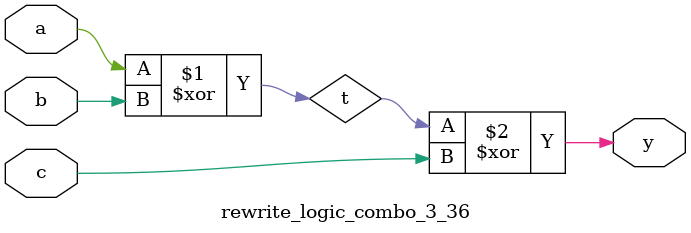
<source format=sv>
module rewrite_logic_combo_3_36(input logic a,b,c, output logic y);
  logic t;
  assign t = a ^ b;
  assign y = t ^ c;
endmodule

</source>
